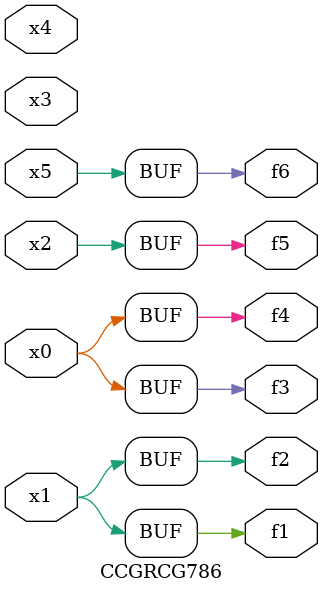
<source format=v>
module CCGRCG786(
	input x0, x1, x2, x3, x4, x5,
	output f1, f2, f3, f4, f5, f6
);
	assign f1 = x1;
	assign f2 = x1;
	assign f3 = x0;
	assign f4 = x0;
	assign f5 = x2;
	assign f6 = x5;
endmodule

</source>
